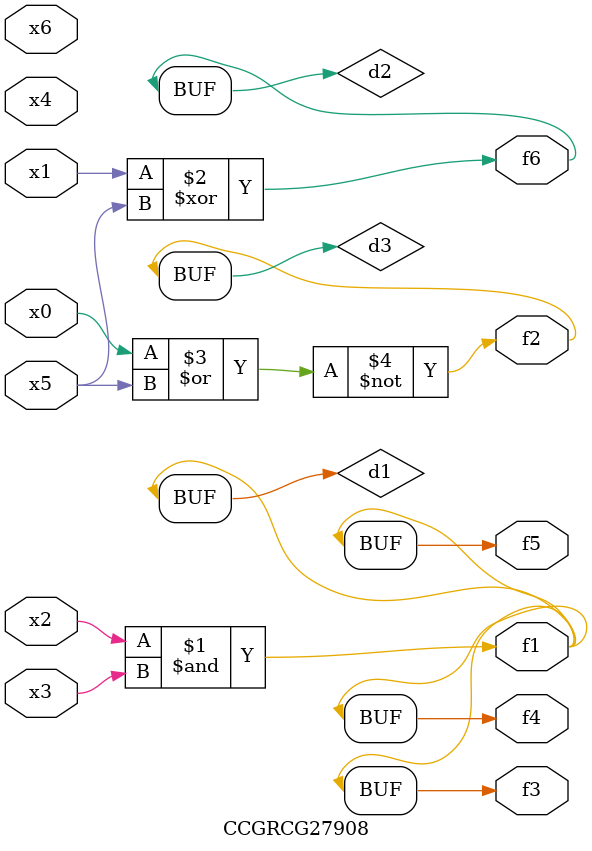
<source format=v>
module CCGRCG27908(
	input x0, x1, x2, x3, x4, x5, x6,
	output f1, f2, f3, f4, f5, f6
);

	wire d1, d2, d3;

	and (d1, x2, x3);
	xor (d2, x1, x5);
	nor (d3, x0, x5);
	assign f1 = d1;
	assign f2 = d3;
	assign f3 = d1;
	assign f4 = d1;
	assign f5 = d1;
	assign f6 = d2;
endmodule

</source>
